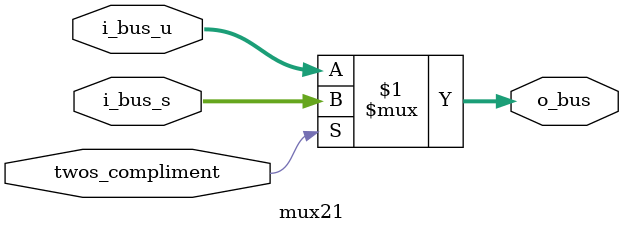
<source format=v>
module mux21 (
input twos_compliment,
input [9:0] i_bus_s, i_bus_u,
output [9:0] o_bus);

assign o_bus = twos_compliment ? i_bus_s : i_bus_u;

endmodule

</source>
